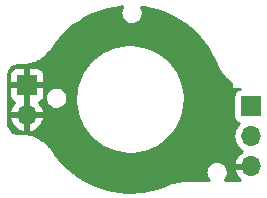
<source format=gbr>
%TF.GenerationSoftware,KiCad,Pcbnew,(5.99.0-2195-g476558ece)*%
%TF.CreationDate,2020-08-10T22:43:52-04:00*%
%TF.ProjectId,LED-daughterboard,4c45442d-6461-4756-9768-746572626f61,rev?*%
%TF.SameCoordinates,Original*%
%TF.FileFunction,Copper,L2,Bot*%
%TF.FilePolarity,Positive*%
%FSLAX46Y46*%
G04 Gerber Fmt 4.6, Leading zero omitted, Abs format (unit mm)*
G04 Created by KiCad (PCBNEW (5.99.0-2195-g476558ece)) date 2020-08-10 22:43:52*
%MOMM*%
%LPD*%
G01*
G04 APERTURE LIST*
%TA.AperFunction,ComponentPad*%
%ADD10O,1.700000X1.700000*%
%TD*%
%TA.AperFunction,ComponentPad*%
%ADD11R,1.700000X1.700000*%
%TD*%
%TA.AperFunction,ViaPad*%
%ADD12C,0.800000*%
%TD*%
%TA.AperFunction,Conductor*%
%ADD13C,0.254000*%
%TD*%
G04 APERTURE END LIST*
D10*
%TO.P,J2,2,Pin_2*%
%TO.N,GND*%
X-5600000Y8660000D03*
D11*
%TO.P,J2,1,Pin_1*%
X-5600000Y11200000D03*
%TD*%
D10*
%TO.P,J1,3,Pin_3*%
%TO.N,GND*%
X13400000Y4320000D03*
%TO.P,J1,2,Pin_2*%
%TO.N,Net-(D1-Pad3)*%
X13400000Y6860000D03*
D11*
%TO.P,J1,1,Pin_1*%
%TO.N,+5V*%
X13400000Y9400000D03*
%TD*%
D12*
%TO.N,GND*%
X1200000Y4650000D03*
X600000Y5250000D03*
X8550000Y8000000D03*
X7950000Y7400000D03*
X5200000Y15250000D03*
X5800000Y14700000D03*
X-1900000Y12200000D03*
X-1300000Y12800000D03*
%TD*%
%TO.N,GND*%
D13*
X2437489Y17709725D02*
X2431721Y17697356D01*
X2369627Y17514956D01*
X2366650Y17501637D01*
X2345172Y17310157D01*
X2345124Y17296509D01*
X2365265Y17104885D01*
X2368149Y17091546D01*
X2428968Y16908715D01*
X2434649Y16896306D01*
X2533310Y16730802D01*
X2541524Y16719902D01*
X2673422Y16579445D01*
X2683785Y16570563D01*
X2842768Y16461705D01*
X2854795Y16455256D01*
X3033444Y16383077D01*
X3046577Y16379361D01*
X3236559Y16347227D01*
X3250182Y16346418D01*
X3442633Y16355831D01*
X3456113Y16357966D01*
X3642052Y16408484D01*
X3654759Y16413464D01*
X3825513Y16502732D01*
X3836854Y16510324D01*
X3984456Y16634177D01*
X3993902Y16644027D01*
X4111464Y16796685D01*
X4118575Y16808334D01*
X4200615Y16982676D01*
X4205058Y16995581D01*
X4247770Y17183580D01*
X4249340Y17197359D01*
X4250033Y17396010D01*
X4248560Y17409800D01*
X4207160Y17598094D01*
X4202807Y17611028D01*
X4121988Y17785938D01*
X4116110Y17795721D01*
X4422891Y17755846D01*
X4947452Y17650973D01*
X5463664Y17510667D01*
X5969119Y17335582D01*
X6461519Y17126511D01*
X6938570Y16884431D01*
X7397999Y16610492D01*
X7837788Y16305902D01*
X8255808Y15972135D01*
X8650176Y15610690D01*
X9019044Y15223263D01*
X9360691Y14811663D01*
X9673572Y14377750D01*
X9956213Y13923567D01*
X10207301Y13451227D01*
X10429186Y12955062D01*
X10471048Y12850044D01*
X10471152Y12849828D01*
X10471348Y12849249D01*
X10475682Y12838993D01*
X10475834Y12838637D01*
X10544465Y12678984D01*
X10548582Y12671020D01*
X10555676Y12659403D01*
X10560385Y12646430D01*
X10564217Y12637902D01*
X10569523Y12628109D01*
X10569707Y12627771D01*
X10723208Y12348554D01*
X10728075Y12341024D01*
X10741834Y12322732D01*
X10752360Y12302207D01*
X10757230Y12294227D01*
X10763721Y12285177D01*
X10763948Y12284862D01*
X10951234Y12027086D01*
X10957005Y12020226D01*
X10972943Y12003808D01*
X10985967Y11984752D01*
X10991803Y11977442D01*
X10999377Y11969278D01*
X10999636Y11969000D01*
X11217750Y11736731D01*
X11224336Y11730648D01*
X11242210Y11716353D01*
X11257517Y11699083D01*
X11264223Y11692562D01*
X11272761Y11685411D01*
X11273055Y11685167D01*
X11518561Y11482068D01*
X11525858Y11476858D01*
X11545377Y11464920D01*
X11562726Y11449705D01*
X11570197Y11444076D01*
X11579565Y11438051D01*
X11579886Y11437845D01*
X11674000Y11378118D01*
X11674000Y10947809D01*
X11747809Y10874000D01*
X12466844Y10874000D01*
X12246142Y10814863D01*
X12221662Y10802120D01*
X12065410Y10671010D01*
X12051239Y10654121D01*
X11950641Y10479880D01*
X11943100Y10459163D01*
X11909122Y10266462D01*
X11908163Y10255501D01*
X11908163Y8541742D01*
X11910319Y8525366D01*
X11985137Y8246142D01*
X11997880Y8221662D01*
X12128990Y8065410D01*
X12145879Y8051239D01*
X12320120Y7950641D01*
X12340837Y7943100D01*
X12377029Y7936718D01*
X12252029Y7808178D01*
X12245263Y7799926D01*
X12108683Y7601202D01*
X12103403Y7591927D01*
X12002260Y7373032D01*
X11998618Y7363000D01*
X11935802Y7130193D01*
X11933903Y7119691D01*
X11911211Y6879628D01*
X11911109Y6868957D01*
X11929188Y6628503D01*
X11930885Y6617966D01*
X11989221Y6383995D01*
X11992669Y6373896D01*
X12089591Y6153100D01*
X12094692Y6143725D01*
X12227430Y5942416D01*
X12234038Y5934035D01*
X12398798Y5757968D01*
X12406722Y5750820D01*
X12598792Y5605032D01*
X12607808Y5599321D01*
X12624166Y5590806D01*
X12623032Y5590118D01*
X12428199Y5448043D01*
X12420138Y5441048D01*
X12252029Y5268178D01*
X12245263Y5259926D01*
X12108683Y5061202D01*
X12103403Y5051927D01*
X12002260Y4833032D01*
X11998619Y4823000D01*
X11924085Y4546767D01*
X11999734Y4448000D01*
X13528000Y4448000D01*
X13528000Y4192000D01*
X12002272Y4192000D01*
X11926602Y4095147D01*
X11989221Y3843995D01*
X11992669Y3833896D01*
X12089591Y3613100D01*
X12094692Y3603725D01*
X12227430Y3402416D01*
X12234038Y3394035D01*
X12398798Y3217968D01*
X12406722Y3210820D01*
X12507931Y3133999D01*
X11184244Y3133999D01*
X11184456Y3134177D01*
X11193902Y3144027D01*
X11311464Y3296685D01*
X11318575Y3308334D01*
X11400615Y3482676D01*
X11405058Y3495581D01*
X11447770Y3683580D01*
X11449340Y3697359D01*
X11450033Y3896010D01*
X11448560Y3909800D01*
X11407160Y4098094D01*
X11402807Y4111028D01*
X11321988Y4285938D01*
X11314959Y4297637D01*
X11198464Y4451113D01*
X11189087Y4461029D01*
X11042353Y4585909D01*
X11031066Y4593580D01*
X10860939Y4684038D01*
X10848267Y4689106D01*
X10662685Y4740922D01*
X10649221Y4743151D01*
X10456841Y4753906D01*
X10443212Y4753192D01*
X10253011Y4722386D01*
X10239853Y4718762D01*
X10060704Y4647832D01*
X10048631Y4641467D01*
X9888891Y4533721D01*
X9878467Y4524912D01*
X9745591Y4385378D01*
X9737302Y4374536D01*
X9637489Y4209725D01*
X9631721Y4197356D01*
X9569627Y4014956D01*
X9566650Y4001637D01*
X9545172Y3810157D01*
X9545124Y3796509D01*
X9565265Y3604885D01*
X9568149Y3591546D01*
X9628968Y3408715D01*
X9634649Y3396306D01*
X9733310Y3230802D01*
X9741524Y3219902D01*
X9822192Y3133999D01*
X7768648Y3133999D01*
X7731855Y3138738D01*
X7722517Y3139242D01*
X7711382Y3139016D01*
X7710998Y3139007D01*
X7574614Y3135412D01*
X7565689Y3134539D01*
X7554636Y3132657D01*
X7543237Y3133102D01*
X7533888Y3132772D01*
X7522817Y3131555D01*
X7522437Y3131512D01*
X7205935Y3094779D01*
X7197125Y3093115D01*
X7175003Y3087282D01*
X7152010Y3085283D01*
X7142776Y3083784D01*
X7131944Y3081189D01*
X7131573Y3081099D01*
X6822173Y3004989D01*
X6813642Y3002234D01*
X6792422Y2993674D01*
X6769860Y2988808D01*
X6760892Y2986165D01*
X6750472Y2982234D01*
X6750111Y2982096D01*
X6452684Y2867806D01*
X6451866Y2867423D01*
X6450631Y2867020D01*
X6440325Y2862789D01*
X6439965Y2862640D01*
X5926095Y2648000D01*
X5419592Y2475868D01*
X4902588Y2338596D01*
X4377415Y2236797D01*
X3846549Y2170958D01*
X3312429Y2141377D01*
X2777538Y2148191D01*
X2244343Y2191372D01*
X1715336Y2270716D01*
X1192924Y2385863D01*
X679556Y2536274D01*
X177636Y2721244D01*
X-310561Y2939932D01*
X-782763Y3191323D01*
X-1236752Y3474238D01*
X-1670450Y3787375D01*
X-2081856Y4129296D01*
X-2469045Y4498399D01*
X-2830245Y4892994D01*
X-3164352Y5311973D01*
X-3457024Y5732480D01*
X-3457051Y5732513D01*
X-3457251Y5732837D01*
X-3463797Y5741853D01*
X-3464022Y5742161D01*
X-3635858Y5975849D01*
X-3641668Y5982675D01*
X-3656421Y5997700D01*
X-3668410Y6015242D01*
X-3674241Y6022547D01*
X-3681815Y6030713D01*
X-3682079Y6030996D01*
X-3900195Y6263266D01*
X-3906781Y6269349D01*
X-3924652Y6283641D01*
X-3939963Y6300916D01*
X-3946668Y6307436D01*
X-3955206Y6314587D01*
X-3955500Y6314831D01*
X-4201006Y6517930D01*
X-4208303Y6523140D01*
X-4227822Y6535078D01*
X-4245171Y6550293D01*
X-4252642Y6555922D01*
X-4262010Y6561947D01*
X-4262331Y6562153D01*
X-4531356Y6732882D01*
X-4539247Y6737135D01*
X-4560115Y6746536D01*
X-4579236Y6759457D01*
X-4587351Y6764105D01*
X-4597400Y6768908D01*
X-4597745Y6769072D01*
X-4886048Y6904736D01*
X-4894411Y6907967D01*
X-4916284Y6914675D01*
X-4936874Y6925098D01*
X-4945505Y6928691D01*
X-4956076Y6932198D01*
X-4956443Y6932318D01*
X-5259476Y7030780D01*
X-5268177Y7032938D01*
X-5290722Y7036852D01*
X-5312460Y7044614D01*
X-5321480Y7047098D01*
X-5332407Y7049250D01*
X-5332780Y7049323D01*
X-5645761Y7109027D01*
X-5654665Y7110077D01*
X-5677518Y7111135D01*
X-5700063Y7116112D01*
X-5709327Y7117446D01*
X-5720438Y7118212D01*
X-5720813Y7118237D01*
X-6038807Y7138243D01*
X-6047772Y7138169D01*
X-6100170Y7133999D01*
X-6241930Y7133999D01*
X-6244154Y7134535D01*
X-6253391Y7136047D01*
X-6264486Y7137026D01*
X-6264860Y7137058D01*
X-6457655Y7152908D01*
X-6594132Y7187189D01*
X-6723166Y7243295D01*
X-6841305Y7319723D01*
X-6945382Y7414425D01*
X-7032586Y7524844D01*
X-7100590Y7648033D01*
X-7147558Y7780668D01*
X-7174202Y7930242D01*
X-7179122Y8034588D01*
X-7180180Y8043490D01*
X-7183425Y8060423D01*
X-7183425Y8435147D01*
X-7073398Y8435147D01*
X-7010779Y8183995D01*
X-7007331Y8173896D01*
X-6910409Y7953100D01*
X-6905308Y7943725D01*
X-6772570Y7742416D01*
X-6765962Y7734035D01*
X-6601202Y7557968D01*
X-6593278Y7550820D01*
X-6401208Y7405032D01*
X-6392192Y7399321D01*
X-6178304Y7287979D01*
X-6168455Y7283869D01*
X-5938866Y7210155D01*
X-5928465Y7207764D01*
X-5814838Y7191593D01*
X-5728000Y7266948D01*
X-5728000Y8458191D01*
X-5472000Y8458191D01*
X-5472000Y7266252D01*
X-5379782Y7190638D01*
X-5190981Y7228364D01*
X-5180730Y7231333D01*
X-4955613Y7317747D01*
X-4946009Y7322400D01*
X-4738670Y7445509D01*
X-4729988Y7451714D01*
X-4546355Y7607996D01*
X-4538842Y7615576D01*
X-4384167Y7800565D01*
X-4378038Y7809302D01*
X-4256744Y8017706D01*
X-4252175Y8027350D01*
X-4167728Y8253213D01*
X-4164849Y8263489D01*
X-4131057Y8440631D01*
X-4206644Y8532000D01*
X-5398191Y8532000D01*
X-5472000Y8458191D01*
X-5728000Y8458191D01*
X-5801809Y8532000D01*
X-6997728Y8532000D01*
X-7073398Y8435147D01*
X-7183425Y8435147D01*
X-7183425Y10998191D01*
X-7091837Y10998191D01*
X-7091837Y10341742D01*
X-7089681Y10325366D01*
X-7014863Y10046142D01*
X-7002120Y10021662D01*
X-6871010Y9865410D01*
X-6854121Y9851239D01*
X-6679880Y9750641D01*
X-6659163Y9743100D01*
X-6622971Y9736718D01*
X-6747971Y9608178D01*
X-6754737Y9599926D01*
X-6891317Y9401202D01*
X-6896597Y9391927D01*
X-6997740Y9173032D01*
X-7001381Y9163000D01*
X-7075915Y8886767D01*
X-7000266Y8788000D01*
X-5801809Y8788000D01*
X-5728000Y8861809D01*
X-5728000Y10998191D01*
X-5472000Y10998191D01*
X-5472000Y8861809D01*
X-5398191Y8788000D01*
X-4207137Y8788000D01*
X-4131627Y8877513D01*
X-4157501Y9028886D01*
X-4160183Y9039216D01*
X-4240277Y9266657D01*
X-4244661Y9276388D01*
X-4361933Y9487084D01*
X-4367893Y9495936D01*
X-4518987Y9683860D01*
X-4526353Y9691583D01*
X-4588870Y9746893D01*
X-4446142Y9785137D01*
X-4421662Y9797880D01*
X-4265410Y9928990D01*
X-4251239Y9945879D01*
X-4164273Y10096509D01*
X-4054876Y10096509D01*
X-4034735Y9904885D01*
X-4031851Y9891546D01*
X-3971032Y9708715D01*
X-3965351Y9696306D01*
X-3866690Y9530802D01*
X-3858476Y9519902D01*
X-3726578Y9379445D01*
X-3716215Y9370563D01*
X-3557232Y9261705D01*
X-3545205Y9255256D01*
X-3366556Y9183077D01*
X-3353423Y9179361D01*
X-3163441Y9147227D01*
X-3149818Y9146418D01*
X-2957367Y9155831D01*
X-2943887Y9157966D01*
X-2757948Y9208484D01*
X-2745241Y9213464D01*
X-2574487Y9302732D01*
X-2563146Y9310324D01*
X-2415544Y9434177D01*
X-2406098Y9444027D01*
X-2288536Y9596685D01*
X-2281425Y9608334D01*
X-2199385Y9782676D01*
X-2194942Y9795581D01*
X-2152230Y9983580D01*
X-2150660Y9997359D01*
X-2149970Y10195391D01*
X-1489769Y10195391D01*
X-1489096Y10002611D01*
X-1488292Y9772254D01*
X-1488002Y9766432D01*
X-1447447Y9345242D01*
X-1446620Y9339472D01*
X-1367331Y8923826D01*
X-1365975Y8918157D01*
X-1248633Y8511614D01*
X-1246759Y8506095D01*
X-1092366Y8112128D01*
X-1089990Y8106805D01*
X-899865Y7728784D01*
X-897008Y7723704D01*
X-672779Y7364861D01*
X-669465Y7360066D01*
X-413047Y7023469D01*
X-409304Y7019001D01*
X-122891Y6707529D01*
X-118751Y6703426D01*
X195207Y6419741D01*
X199708Y6416038D01*
X538530Y6162567D01*
X543353Y6159295D01*
X904140Y5938206D01*
X909245Y5935393D01*
X1288910Y5748575D01*
X1294253Y5746246D01*
X1689553Y5595296D01*
X1695088Y5593470D01*
X2102641Y5479680D01*
X2108321Y5478374D01*
X2524642Y5402714D01*
X2530419Y5401938D01*
X2951949Y5365059D01*
X2957772Y5364820D01*
X3380906Y5367036D01*
X3386727Y5367336D01*
X3807847Y5408628D01*
X3813615Y5409464D01*
X4229122Y5489477D01*
X4234788Y5490843D01*
X4641127Y5608896D01*
X4646643Y5610779D01*
X5040339Y5765861D01*
X5045657Y5768245D01*
X5423346Y5959029D01*
X5428421Y5961895D01*
X5786873Y6186750D01*
X5791662Y6190073D01*
X6127811Y6447078D01*
X6132272Y6450828D01*
X6443244Y6737784D01*
X6447340Y6741931D01*
X6730475Y7056385D01*
X6734171Y7060893D01*
X6987050Y7400156D01*
X6990314Y7404985D01*
X7210774Y7766156D01*
X7213577Y7771267D01*
X7399733Y8151258D01*
X7402052Y8156605D01*
X7552312Y8552167D01*
X7554128Y8557705D01*
X7667207Y8965455D01*
X7668504Y8971138D01*
X7743673Y9388917D01*
X7744613Y9397390D01*
X7779276Y10207527D01*
X7779064Y10216049D01*
X7739854Y10638722D01*
X7739048Y10644494D01*
X7661211Y11060414D01*
X7659875Y11066087D01*
X7543951Y11473038D01*
X7542097Y11478563D01*
X7389080Y11873067D01*
X7386723Y11878398D01*
X7197918Y12257080D01*
X7195079Y12262170D01*
X6972104Y12621794D01*
X6968807Y12626601D01*
X6713565Y12964091D01*
X6709838Y12968572D01*
X6424514Y13281041D01*
X6420389Y13285159D01*
X6107421Y13569938D01*
X6102933Y13573657D01*
X5764999Y13828309D01*
X5760187Y13831598D01*
X5400175Y14053946D01*
X5395079Y14056776D01*
X5016069Y14244918D01*
X5010734Y14247266D01*
X4615964Y14399595D01*
X4610434Y14401440D01*
X4203282Y14516652D01*
X4197606Y14517978D01*
X3781552Y14595089D01*
X3775778Y14595885D01*
X3354379Y14634236D01*
X3348557Y14634495D01*
X2925418Y14633757D01*
X2919596Y14633477D01*
X2498334Y14593656D01*
X2492563Y14592839D01*
X2076779Y14514277D01*
X2071108Y14512931D01*
X1664360Y14396298D01*
X1658838Y14394434D01*
X1264602Y14240727D01*
X1259275Y14238361D01*
X880924Y14048898D01*
X875838Y14046049D01*
X516604Y13822445D01*
X511804Y13819140D01*
X174760Y13563311D01*
X170285Y13559576D01*
X-141686Y13273706D01*
X-145797Y13269574D01*
X-430028Y12956110D01*
X-433739Y12951616D01*
X-687801Y12613237D01*
X-691081Y12608420D01*
X-912802Y12248020D01*
X-915623Y12242920D01*
X-1103104Y11863580D01*
X-1105442Y11858241D01*
X-1257082Y11463207D01*
X-1258917Y11457674D01*
X-1373419Y11050321D01*
X-1374735Y11044643D01*
X-1451119Y10628455D01*
X-1451905Y10622680D01*
X-1489520Y10201215D01*
X-1489769Y10195391D01*
X-2149970Y10195391D01*
X-2149967Y10196010D01*
X-2151440Y10209800D01*
X-2192840Y10398094D01*
X-2197193Y10411028D01*
X-2278012Y10585938D01*
X-2285041Y10597637D01*
X-2401536Y10751113D01*
X-2410913Y10761029D01*
X-2557647Y10885909D01*
X-2568934Y10893580D01*
X-2739061Y10984038D01*
X-2751733Y10989106D01*
X-2937315Y11040922D01*
X-2950779Y11043151D01*
X-3143159Y11053906D01*
X-3156788Y11053192D01*
X-3346989Y11022386D01*
X-3360147Y11018762D01*
X-3539296Y10947832D01*
X-3551369Y10941467D01*
X-3711109Y10833721D01*
X-3721533Y10824912D01*
X-3854409Y10685378D01*
X-3862698Y10674536D01*
X-3962511Y10509725D01*
X-3968279Y10497356D01*
X-4030373Y10314956D01*
X-4033350Y10301637D01*
X-4054828Y10110157D01*
X-4054876Y10096509D01*
X-4164273Y10096509D01*
X-4150641Y10120120D01*
X-4143100Y10140837D01*
X-4109122Y10333538D01*
X-4108163Y10344499D01*
X-4108163Y10998191D01*
X-4181972Y11072000D01*
X-5398191Y11072000D01*
X-5472000Y10998191D01*
X-5728000Y10998191D01*
X-5801809Y11072000D01*
X-7018028Y11072000D01*
X-7091837Y10998191D01*
X-7183425Y10998191D01*
X-7183425Y11924505D01*
X-7182889Y11926729D01*
X-7181377Y11935966D01*
X-7180398Y11947061D01*
X-7180366Y11947435D01*
X-7171482Y12055501D01*
X-7091837Y12055501D01*
X-7091837Y11401809D01*
X-7018028Y11328000D01*
X-5801809Y11328000D01*
X-5728000Y11401809D01*
X-5728000Y12618028D01*
X-5472000Y12618028D01*
X-5472000Y11401809D01*
X-5398191Y11328000D01*
X-4181972Y11328000D01*
X-4108163Y11401809D01*
X-4108163Y12058258D01*
X-4110319Y12074634D01*
X-4185137Y12353859D01*
X-4197880Y12378339D01*
X-4328990Y12534590D01*
X-4345879Y12548761D01*
X-4520120Y12649359D01*
X-4540837Y12656900D01*
X-4733538Y12690878D01*
X-4744499Y12691837D01*
X-5398191Y12691837D01*
X-5472000Y12618028D01*
X-5728000Y12618028D01*
X-5801809Y12691837D01*
X-6458258Y12691837D01*
X-6474634Y12689681D01*
X-6753858Y12614863D01*
X-6778338Y12602120D01*
X-6934590Y12471010D01*
X-6948761Y12454121D01*
X-7049359Y12279880D01*
X-7056900Y12259163D01*
X-7090878Y12066462D01*
X-7091837Y12055501D01*
X-7171482Y12055501D01*
X-7164516Y12140229D01*
X-7130236Y12276704D01*
X-7074129Y12405740D01*
X-6997701Y12523879D01*
X-6902999Y12627956D01*
X-6792578Y12715161D01*
X-6669393Y12783162D01*
X-6536755Y12830132D01*
X-6387182Y12856776D01*
X-6282836Y12861696D01*
X-6273934Y12862754D01*
X-6257001Y12865999D01*
X-6105770Y12865999D01*
X-6059028Y12861434D01*
X-6049677Y12861218D01*
X-6038554Y12861786D01*
X-6038174Y12861807D01*
X-5748582Y12878363D01*
X-5739692Y12879510D01*
X-5719057Y12883678D01*
X-5697804Y12884159D01*
X-5688493Y12885063D01*
X-5677519Y12886959D01*
X-5677145Y12887024D01*
X-5363500Y12943143D01*
X-5354810Y12945345D01*
X-5333084Y12952528D01*
X-5310257Y12955937D01*
X-5301133Y12958001D01*
X-5290482Y12961257D01*
X-5290119Y12961369D01*
X-4985982Y13056355D01*
X-4977636Y13059630D01*
X-4956985Y13069477D01*
X-4934764Y13075721D01*
X-4925975Y13078911D01*
X-4915814Y13083476D01*
X-4915464Y13083634D01*
X-4625627Y13215991D01*
X-4617757Y13220286D01*
X-4598501Y13232646D01*
X-4577244Y13241622D01*
X-4568924Y13245888D01*
X-4559417Y13251689D01*
X-4559088Y13251891D01*
X-4288125Y13419530D01*
X-4280856Y13424776D01*
X-4263294Y13439457D01*
X-4243329Y13451028D01*
X-4235607Y13456304D01*
X-4226902Y13463252D01*
X-4226604Y13463492D01*
X-3978790Y13663770D01*
X-3972234Y13669887D01*
X-3956658Y13686646D01*
X-3938302Y13700626D01*
X-3931302Y13706829D01*
X-3923535Y13714814D01*
X-3923268Y13715090D01*
X-3702508Y13944848D01*
X-3696771Y13951738D01*
X-3683418Y13970319D01*
X-3666952Y13986496D01*
X-3660778Y13993536D01*
X-3654075Y14002432D01*
X-3653852Y14002730D01*
X-3463636Y14258336D01*
X-3463146Y14259102D01*
X-3462306Y14260118D01*
X-3455863Y14269199D01*
X-3455644Y14269511D01*
X-3136182Y14725652D01*
X-2800208Y15141944D01*
X-2436723Y15534393D01*
X-2047357Y15901239D01*
X-1633982Y16240720D01*
X-1198428Y16551332D01*
X-742788Y16831580D01*
X-269136Y17080194D01*
X220335Y17296017D01*
X723343Y17478047D01*
X1237589Y17625448D01*
X1760639Y17737525D01*
X2290129Y17813772D01*
X2510525Y17830322D01*
X2437489Y17709725D01*
%TA.AperFunction,Conductor*%
G36*
X2437489Y17709725D02*
G01*
X2431721Y17697356D01*
X2369627Y17514956D01*
X2366650Y17501637D01*
X2345172Y17310157D01*
X2345124Y17296509D01*
X2365265Y17104885D01*
X2368149Y17091546D01*
X2428968Y16908715D01*
X2434649Y16896306D01*
X2533310Y16730802D01*
X2541524Y16719902D01*
X2673422Y16579445D01*
X2683785Y16570563D01*
X2842768Y16461705D01*
X2854795Y16455256D01*
X3033444Y16383077D01*
X3046577Y16379361D01*
X3236559Y16347227D01*
X3250182Y16346418D01*
X3442633Y16355831D01*
X3456113Y16357966D01*
X3642052Y16408484D01*
X3654759Y16413464D01*
X3825513Y16502732D01*
X3836854Y16510324D01*
X3984456Y16634177D01*
X3993902Y16644027D01*
X4111464Y16796685D01*
X4118575Y16808334D01*
X4200615Y16982676D01*
X4205058Y16995581D01*
X4247770Y17183580D01*
X4249340Y17197359D01*
X4250033Y17396010D01*
X4248560Y17409800D01*
X4207160Y17598094D01*
X4202807Y17611028D01*
X4121988Y17785938D01*
X4116110Y17795721D01*
X4422891Y17755846D01*
X4947452Y17650973D01*
X5463664Y17510667D01*
X5969119Y17335582D01*
X6461519Y17126511D01*
X6938570Y16884431D01*
X7397999Y16610492D01*
X7837788Y16305902D01*
X8255808Y15972135D01*
X8650176Y15610690D01*
X9019044Y15223263D01*
X9360691Y14811663D01*
X9673572Y14377750D01*
X9956213Y13923567D01*
X10207301Y13451227D01*
X10429186Y12955062D01*
X10471048Y12850044D01*
X10471152Y12849828D01*
X10471348Y12849249D01*
X10475682Y12838993D01*
X10475834Y12838637D01*
X10544465Y12678984D01*
X10548582Y12671020D01*
X10555676Y12659403D01*
X10560385Y12646430D01*
X10564217Y12637902D01*
X10569523Y12628109D01*
X10569707Y12627771D01*
X10723208Y12348554D01*
X10728075Y12341024D01*
X10741834Y12322732D01*
X10752360Y12302207D01*
X10757230Y12294227D01*
X10763721Y12285177D01*
X10763948Y12284862D01*
X10951234Y12027086D01*
X10957005Y12020226D01*
X10972943Y12003808D01*
X10985967Y11984752D01*
X10991803Y11977442D01*
X10999377Y11969278D01*
X10999636Y11969000D01*
X11217750Y11736731D01*
X11224336Y11730648D01*
X11242210Y11716353D01*
X11257517Y11699083D01*
X11264223Y11692562D01*
X11272761Y11685411D01*
X11273055Y11685167D01*
X11518561Y11482068D01*
X11525858Y11476858D01*
X11545377Y11464920D01*
X11562726Y11449705D01*
X11570197Y11444076D01*
X11579565Y11438051D01*
X11579886Y11437845D01*
X11674000Y11378118D01*
X11674000Y10947809D01*
X11747809Y10874000D01*
X12466844Y10874000D01*
X12246142Y10814863D01*
X12221662Y10802120D01*
X12065410Y10671010D01*
X12051239Y10654121D01*
X11950641Y10479880D01*
X11943100Y10459163D01*
X11909122Y10266462D01*
X11908163Y10255501D01*
X11908163Y8541742D01*
X11910319Y8525366D01*
X11985137Y8246142D01*
X11997880Y8221662D01*
X12128990Y8065410D01*
X12145879Y8051239D01*
X12320120Y7950641D01*
X12340837Y7943100D01*
X12377029Y7936718D01*
X12252029Y7808178D01*
X12245263Y7799926D01*
X12108683Y7601202D01*
X12103403Y7591927D01*
X12002260Y7373032D01*
X11998618Y7363000D01*
X11935802Y7130193D01*
X11933903Y7119691D01*
X11911211Y6879628D01*
X11911109Y6868957D01*
X11929188Y6628503D01*
X11930885Y6617966D01*
X11989221Y6383995D01*
X11992669Y6373896D01*
X12089591Y6153100D01*
X12094692Y6143725D01*
X12227430Y5942416D01*
X12234038Y5934035D01*
X12398798Y5757968D01*
X12406722Y5750820D01*
X12598792Y5605032D01*
X12607808Y5599321D01*
X12624166Y5590806D01*
X12623032Y5590118D01*
X12428199Y5448043D01*
X12420138Y5441048D01*
X12252029Y5268178D01*
X12245263Y5259926D01*
X12108683Y5061202D01*
X12103403Y5051927D01*
X12002260Y4833032D01*
X11998619Y4823000D01*
X11924085Y4546767D01*
X11999734Y4448000D01*
X13528000Y4448000D01*
X13528000Y4192000D01*
X12002272Y4192000D01*
X11926602Y4095147D01*
X11989221Y3843995D01*
X11992669Y3833896D01*
X12089591Y3613100D01*
X12094692Y3603725D01*
X12227430Y3402416D01*
X12234038Y3394035D01*
X12398798Y3217968D01*
X12406722Y3210820D01*
X12507931Y3133999D01*
X11184244Y3133999D01*
X11184456Y3134177D01*
X11193902Y3144027D01*
X11311464Y3296685D01*
X11318575Y3308334D01*
X11400615Y3482676D01*
X11405058Y3495581D01*
X11447770Y3683580D01*
X11449340Y3697359D01*
X11450033Y3896010D01*
X11448560Y3909800D01*
X11407160Y4098094D01*
X11402807Y4111028D01*
X11321988Y4285938D01*
X11314959Y4297637D01*
X11198464Y4451113D01*
X11189087Y4461029D01*
X11042353Y4585909D01*
X11031066Y4593580D01*
X10860939Y4684038D01*
X10848267Y4689106D01*
X10662685Y4740922D01*
X10649221Y4743151D01*
X10456841Y4753906D01*
X10443212Y4753192D01*
X10253011Y4722386D01*
X10239853Y4718762D01*
X10060704Y4647832D01*
X10048631Y4641467D01*
X9888891Y4533721D01*
X9878467Y4524912D01*
X9745591Y4385378D01*
X9737302Y4374536D01*
X9637489Y4209725D01*
X9631721Y4197356D01*
X9569627Y4014956D01*
X9566650Y4001637D01*
X9545172Y3810157D01*
X9545124Y3796509D01*
X9565265Y3604885D01*
X9568149Y3591546D01*
X9628968Y3408715D01*
X9634649Y3396306D01*
X9733310Y3230802D01*
X9741524Y3219902D01*
X9822192Y3133999D01*
X7768648Y3133999D01*
X7731855Y3138738D01*
X7722517Y3139242D01*
X7711382Y3139016D01*
X7710998Y3139007D01*
X7574614Y3135412D01*
X7565689Y3134539D01*
X7554636Y3132657D01*
X7543237Y3133102D01*
X7533888Y3132772D01*
X7522817Y3131555D01*
X7522437Y3131512D01*
X7205935Y3094779D01*
X7197125Y3093115D01*
X7175003Y3087282D01*
X7152010Y3085283D01*
X7142776Y3083784D01*
X7131944Y3081189D01*
X7131573Y3081099D01*
X6822173Y3004989D01*
X6813642Y3002234D01*
X6792422Y2993674D01*
X6769860Y2988808D01*
X6760892Y2986165D01*
X6750472Y2982234D01*
X6750111Y2982096D01*
X6452684Y2867806D01*
X6451866Y2867423D01*
X6450631Y2867020D01*
X6440325Y2862789D01*
X6439965Y2862640D01*
X5926095Y2648000D01*
X5419592Y2475868D01*
X4902588Y2338596D01*
X4377415Y2236797D01*
X3846549Y2170958D01*
X3312429Y2141377D01*
X2777538Y2148191D01*
X2244343Y2191372D01*
X1715336Y2270716D01*
X1192924Y2385863D01*
X679556Y2536274D01*
X177636Y2721244D01*
X-310561Y2939932D01*
X-782763Y3191323D01*
X-1236752Y3474238D01*
X-1670450Y3787375D01*
X-2081856Y4129296D01*
X-2469045Y4498399D01*
X-2830245Y4892994D01*
X-3164352Y5311973D01*
X-3457024Y5732480D01*
X-3457051Y5732513D01*
X-3457251Y5732837D01*
X-3463797Y5741853D01*
X-3464022Y5742161D01*
X-3635858Y5975849D01*
X-3641668Y5982675D01*
X-3656421Y5997700D01*
X-3668410Y6015242D01*
X-3674241Y6022547D01*
X-3681815Y6030713D01*
X-3682079Y6030996D01*
X-3900195Y6263266D01*
X-3906781Y6269349D01*
X-3924652Y6283641D01*
X-3939963Y6300916D01*
X-3946668Y6307436D01*
X-3955206Y6314587D01*
X-3955500Y6314831D01*
X-4201006Y6517930D01*
X-4208303Y6523140D01*
X-4227822Y6535078D01*
X-4245171Y6550293D01*
X-4252642Y6555922D01*
X-4262010Y6561947D01*
X-4262331Y6562153D01*
X-4531356Y6732882D01*
X-4539247Y6737135D01*
X-4560115Y6746536D01*
X-4579236Y6759457D01*
X-4587351Y6764105D01*
X-4597400Y6768908D01*
X-4597745Y6769072D01*
X-4886048Y6904736D01*
X-4894411Y6907967D01*
X-4916284Y6914675D01*
X-4936874Y6925098D01*
X-4945505Y6928691D01*
X-4956076Y6932198D01*
X-4956443Y6932318D01*
X-5259476Y7030780D01*
X-5268177Y7032938D01*
X-5290722Y7036852D01*
X-5312460Y7044614D01*
X-5321480Y7047098D01*
X-5332407Y7049250D01*
X-5332780Y7049323D01*
X-5645761Y7109027D01*
X-5654665Y7110077D01*
X-5677518Y7111135D01*
X-5700063Y7116112D01*
X-5709327Y7117446D01*
X-5720438Y7118212D01*
X-5720813Y7118237D01*
X-6038807Y7138243D01*
X-6047772Y7138169D01*
X-6100170Y7133999D01*
X-6241930Y7133999D01*
X-6244154Y7134535D01*
X-6253391Y7136047D01*
X-6264486Y7137026D01*
X-6264860Y7137058D01*
X-6457655Y7152908D01*
X-6594132Y7187189D01*
X-6723166Y7243295D01*
X-6841305Y7319723D01*
X-6945382Y7414425D01*
X-7032586Y7524844D01*
X-7100590Y7648033D01*
X-7147558Y7780668D01*
X-7174202Y7930242D01*
X-7179122Y8034588D01*
X-7180180Y8043490D01*
X-7183425Y8060423D01*
X-7183425Y8435147D01*
X-7073398Y8435147D01*
X-7010779Y8183995D01*
X-7007331Y8173896D01*
X-6910409Y7953100D01*
X-6905308Y7943725D01*
X-6772570Y7742416D01*
X-6765962Y7734035D01*
X-6601202Y7557968D01*
X-6593278Y7550820D01*
X-6401208Y7405032D01*
X-6392192Y7399321D01*
X-6178304Y7287979D01*
X-6168455Y7283869D01*
X-5938866Y7210155D01*
X-5928465Y7207764D01*
X-5814838Y7191593D01*
X-5728000Y7266948D01*
X-5728000Y8458191D01*
X-5472000Y8458191D01*
X-5472000Y7266252D01*
X-5379782Y7190638D01*
X-5190981Y7228364D01*
X-5180730Y7231333D01*
X-4955613Y7317747D01*
X-4946009Y7322400D01*
X-4738670Y7445509D01*
X-4729988Y7451714D01*
X-4546355Y7607996D01*
X-4538842Y7615576D01*
X-4384167Y7800565D01*
X-4378038Y7809302D01*
X-4256744Y8017706D01*
X-4252175Y8027350D01*
X-4167728Y8253213D01*
X-4164849Y8263489D01*
X-4131057Y8440631D01*
X-4206644Y8532000D01*
X-5398191Y8532000D01*
X-5472000Y8458191D01*
X-5728000Y8458191D01*
X-5801809Y8532000D01*
X-6997728Y8532000D01*
X-7073398Y8435147D01*
X-7183425Y8435147D01*
X-7183425Y10998191D01*
X-7091837Y10998191D01*
X-7091837Y10341742D01*
X-7089681Y10325366D01*
X-7014863Y10046142D01*
X-7002120Y10021662D01*
X-6871010Y9865410D01*
X-6854121Y9851239D01*
X-6679880Y9750641D01*
X-6659163Y9743100D01*
X-6622971Y9736718D01*
X-6747971Y9608178D01*
X-6754737Y9599926D01*
X-6891317Y9401202D01*
X-6896597Y9391927D01*
X-6997740Y9173032D01*
X-7001381Y9163000D01*
X-7075915Y8886767D01*
X-7000266Y8788000D01*
X-5801809Y8788000D01*
X-5728000Y8861809D01*
X-5728000Y10998191D01*
X-5472000Y10998191D01*
X-5472000Y8861809D01*
X-5398191Y8788000D01*
X-4207137Y8788000D01*
X-4131627Y8877513D01*
X-4157501Y9028886D01*
X-4160183Y9039216D01*
X-4240277Y9266657D01*
X-4244661Y9276388D01*
X-4361933Y9487084D01*
X-4367893Y9495936D01*
X-4518987Y9683860D01*
X-4526353Y9691583D01*
X-4588870Y9746893D01*
X-4446142Y9785137D01*
X-4421662Y9797880D01*
X-4265410Y9928990D01*
X-4251239Y9945879D01*
X-4164273Y10096509D01*
X-4054876Y10096509D01*
X-4034735Y9904885D01*
X-4031851Y9891546D01*
X-3971032Y9708715D01*
X-3965351Y9696306D01*
X-3866690Y9530802D01*
X-3858476Y9519902D01*
X-3726578Y9379445D01*
X-3716215Y9370563D01*
X-3557232Y9261705D01*
X-3545205Y9255256D01*
X-3366556Y9183077D01*
X-3353423Y9179361D01*
X-3163441Y9147227D01*
X-3149818Y9146418D01*
X-2957367Y9155831D01*
X-2943887Y9157966D01*
X-2757948Y9208484D01*
X-2745241Y9213464D01*
X-2574487Y9302732D01*
X-2563146Y9310324D01*
X-2415544Y9434177D01*
X-2406098Y9444027D01*
X-2288536Y9596685D01*
X-2281425Y9608334D01*
X-2199385Y9782676D01*
X-2194942Y9795581D01*
X-2152230Y9983580D01*
X-2150660Y9997359D01*
X-2149970Y10195391D01*
X-1489769Y10195391D01*
X-1489096Y10002611D01*
X-1488292Y9772254D01*
X-1488002Y9766432D01*
X-1447447Y9345242D01*
X-1446620Y9339472D01*
X-1367331Y8923826D01*
X-1365975Y8918157D01*
X-1248633Y8511614D01*
X-1246759Y8506095D01*
X-1092366Y8112128D01*
X-1089990Y8106805D01*
X-899865Y7728784D01*
X-897008Y7723704D01*
X-672779Y7364861D01*
X-669465Y7360066D01*
X-413047Y7023469D01*
X-409304Y7019001D01*
X-122891Y6707529D01*
X-118751Y6703426D01*
X195207Y6419741D01*
X199708Y6416038D01*
X538530Y6162567D01*
X543353Y6159295D01*
X904140Y5938206D01*
X909245Y5935393D01*
X1288910Y5748575D01*
X1294253Y5746246D01*
X1689553Y5595296D01*
X1695088Y5593470D01*
X2102641Y5479680D01*
X2108321Y5478374D01*
X2524642Y5402714D01*
X2530419Y5401938D01*
X2951949Y5365059D01*
X2957772Y5364820D01*
X3380906Y5367036D01*
X3386727Y5367336D01*
X3807847Y5408628D01*
X3813615Y5409464D01*
X4229122Y5489477D01*
X4234788Y5490843D01*
X4641127Y5608896D01*
X4646643Y5610779D01*
X5040339Y5765861D01*
X5045657Y5768245D01*
X5423346Y5959029D01*
X5428421Y5961895D01*
X5786873Y6186750D01*
X5791662Y6190073D01*
X6127811Y6447078D01*
X6132272Y6450828D01*
X6443244Y6737784D01*
X6447340Y6741931D01*
X6730475Y7056385D01*
X6734171Y7060893D01*
X6987050Y7400156D01*
X6990314Y7404985D01*
X7210774Y7766156D01*
X7213577Y7771267D01*
X7399733Y8151258D01*
X7402052Y8156605D01*
X7552312Y8552167D01*
X7554128Y8557705D01*
X7667207Y8965455D01*
X7668504Y8971138D01*
X7743673Y9388917D01*
X7744613Y9397390D01*
X7779276Y10207527D01*
X7779064Y10216049D01*
X7739854Y10638722D01*
X7739048Y10644494D01*
X7661211Y11060414D01*
X7659875Y11066087D01*
X7543951Y11473038D01*
X7542097Y11478563D01*
X7389080Y11873067D01*
X7386723Y11878398D01*
X7197918Y12257080D01*
X7195079Y12262170D01*
X6972104Y12621794D01*
X6968807Y12626601D01*
X6713565Y12964091D01*
X6709838Y12968572D01*
X6424514Y13281041D01*
X6420389Y13285159D01*
X6107421Y13569938D01*
X6102933Y13573657D01*
X5764999Y13828309D01*
X5760187Y13831598D01*
X5400175Y14053946D01*
X5395079Y14056776D01*
X5016069Y14244918D01*
X5010734Y14247266D01*
X4615964Y14399595D01*
X4610434Y14401440D01*
X4203282Y14516652D01*
X4197606Y14517978D01*
X3781552Y14595089D01*
X3775778Y14595885D01*
X3354379Y14634236D01*
X3348557Y14634495D01*
X2925418Y14633757D01*
X2919596Y14633477D01*
X2498334Y14593656D01*
X2492563Y14592839D01*
X2076779Y14514277D01*
X2071108Y14512931D01*
X1664360Y14396298D01*
X1658838Y14394434D01*
X1264602Y14240727D01*
X1259275Y14238361D01*
X880924Y14048898D01*
X875838Y14046049D01*
X516604Y13822445D01*
X511804Y13819140D01*
X174760Y13563311D01*
X170285Y13559576D01*
X-141686Y13273706D01*
X-145797Y13269574D01*
X-430028Y12956110D01*
X-433739Y12951616D01*
X-687801Y12613237D01*
X-691081Y12608420D01*
X-912802Y12248020D01*
X-915623Y12242920D01*
X-1103104Y11863580D01*
X-1105442Y11858241D01*
X-1257082Y11463207D01*
X-1258917Y11457674D01*
X-1373419Y11050321D01*
X-1374735Y11044643D01*
X-1451119Y10628455D01*
X-1451905Y10622680D01*
X-1489520Y10201215D01*
X-1489769Y10195391D01*
X-2149970Y10195391D01*
X-2149967Y10196010D01*
X-2151440Y10209800D01*
X-2192840Y10398094D01*
X-2197193Y10411028D01*
X-2278012Y10585938D01*
X-2285041Y10597637D01*
X-2401536Y10751113D01*
X-2410913Y10761029D01*
X-2557647Y10885909D01*
X-2568934Y10893580D01*
X-2739061Y10984038D01*
X-2751733Y10989106D01*
X-2937315Y11040922D01*
X-2950779Y11043151D01*
X-3143159Y11053906D01*
X-3156788Y11053192D01*
X-3346989Y11022386D01*
X-3360147Y11018762D01*
X-3539296Y10947832D01*
X-3551369Y10941467D01*
X-3711109Y10833721D01*
X-3721533Y10824912D01*
X-3854409Y10685378D01*
X-3862698Y10674536D01*
X-3962511Y10509725D01*
X-3968279Y10497356D01*
X-4030373Y10314956D01*
X-4033350Y10301637D01*
X-4054828Y10110157D01*
X-4054876Y10096509D01*
X-4164273Y10096509D01*
X-4150641Y10120120D01*
X-4143100Y10140837D01*
X-4109122Y10333538D01*
X-4108163Y10344499D01*
X-4108163Y10998191D01*
X-4181972Y11072000D01*
X-5398191Y11072000D01*
X-5472000Y10998191D01*
X-5728000Y10998191D01*
X-5801809Y11072000D01*
X-7018028Y11072000D01*
X-7091837Y10998191D01*
X-7183425Y10998191D01*
X-7183425Y11924505D01*
X-7182889Y11926729D01*
X-7181377Y11935966D01*
X-7180398Y11947061D01*
X-7180366Y11947435D01*
X-7171482Y12055501D01*
X-7091837Y12055501D01*
X-7091837Y11401809D01*
X-7018028Y11328000D01*
X-5801809Y11328000D01*
X-5728000Y11401809D01*
X-5728000Y12618028D01*
X-5472000Y12618028D01*
X-5472000Y11401809D01*
X-5398191Y11328000D01*
X-4181972Y11328000D01*
X-4108163Y11401809D01*
X-4108163Y12058258D01*
X-4110319Y12074634D01*
X-4185137Y12353859D01*
X-4197880Y12378339D01*
X-4328990Y12534590D01*
X-4345879Y12548761D01*
X-4520120Y12649359D01*
X-4540837Y12656900D01*
X-4733538Y12690878D01*
X-4744499Y12691837D01*
X-5398191Y12691837D01*
X-5472000Y12618028D01*
X-5728000Y12618028D01*
X-5801809Y12691837D01*
X-6458258Y12691837D01*
X-6474634Y12689681D01*
X-6753858Y12614863D01*
X-6778338Y12602120D01*
X-6934590Y12471010D01*
X-6948761Y12454121D01*
X-7049359Y12279880D01*
X-7056900Y12259163D01*
X-7090878Y12066462D01*
X-7091837Y12055501D01*
X-7171482Y12055501D01*
X-7164516Y12140229D01*
X-7130236Y12276704D01*
X-7074129Y12405740D01*
X-6997701Y12523879D01*
X-6902999Y12627956D01*
X-6792578Y12715161D01*
X-6669393Y12783162D01*
X-6536755Y12830132D01*
X-6387182Y12856776D01*
X-6282836Y12861696D01*
X-6273934Y12862754D01*
X-6257001Y12865999D01*
X-6105770Y12865999D01*
X-6059028Y12861434D01*
X-6049677Y12861218D01*
X-6038554Y12861786D01*
X-6038174Y12861807D01*
X-5748582Y12878363D01*
X-5739692Y12879510D01*
X-5719057Y12883678D01*
X-5697804Y12884159D01*
X-5688493Y12885063D01*
X-5677519Y12886959D01*
X-5677145Y12887024D01*
X-5363500Y12943143D01*
X-5354810Y12945345D01*
X-5333084Y12952528D01*
X-5310257Y12955937D01*
X-5301133Y12958001D01*
X-5290482Y12961257D01*
X-5290119Y12961369D01*
X-4985982Y13056355D01*
X-4977636Y13059630D01*
X-4956985Y13069477D01*
X-4934764Y13075721D01*
X-4925975Y13078911D01*
X-4915814Y13083476D01*
X-4915464Y13083634D01*
X-4625627Y13215991D01*
X-4617757Y13220286D01*
X-4598501Y13232646D01*
X-4577244Y13241622D01*
X-4568924Y13245888D01*
X-4559417Y13251689D01*
X-4559088Y13251891D01*
X-4288125Y13419530D01*
X-4280856Y13424776D01*
X-4263294Y13439457D01*
X-4243329Y13451028D01*
X-4235607Y13456304D01*
X-4226902Y13463252D01*
X-4226604Y13463492D01*
X-3978790Y13663770D01*
X-3972234Y13669887D01*
X-3956658Y13686646D01*
X-3938302Y13700626D01*
X-3931302Y13706829D01*
X-3923535Y13714814D01*
X-3923268Y13715090D01*
X-3702508Y13944848D01*
X-3696771Y13951738D01*
X-3683418Y13970319D01*
X-3666952Y13986496D01*
X-3660778Y13993536D01*
X-3654075Y14002432D01*
X-3653852Y14002730D01*
X-3463636Y14258336D01*
X-3463146Y14259102D01*
X-3462306Y14260118D01*
X-3455863Y14269199D01*
X-3455644Y14269511D01*
X-3136182Y14725652D01*
X-2800208Y15141944D01*
X-2436723Y15534393D01*
X-2047357Y15901239D01*
X-1633982Y16240720D01*
X-1198428Y16551332D01*
X-742788Y16831580D01*
X-269136Y17080194D01*
X220335Y17296017D01*
X723343Y17478047D01*
X1237589Y17625448D01*
X1760639Y17737525D01*
X2290129Y17813772D01*
X2510525Y17830322D01*
X2437489Y17709725D01*
G37*
%TD.AperFunction*%
%TD*%
M02*

</source>
